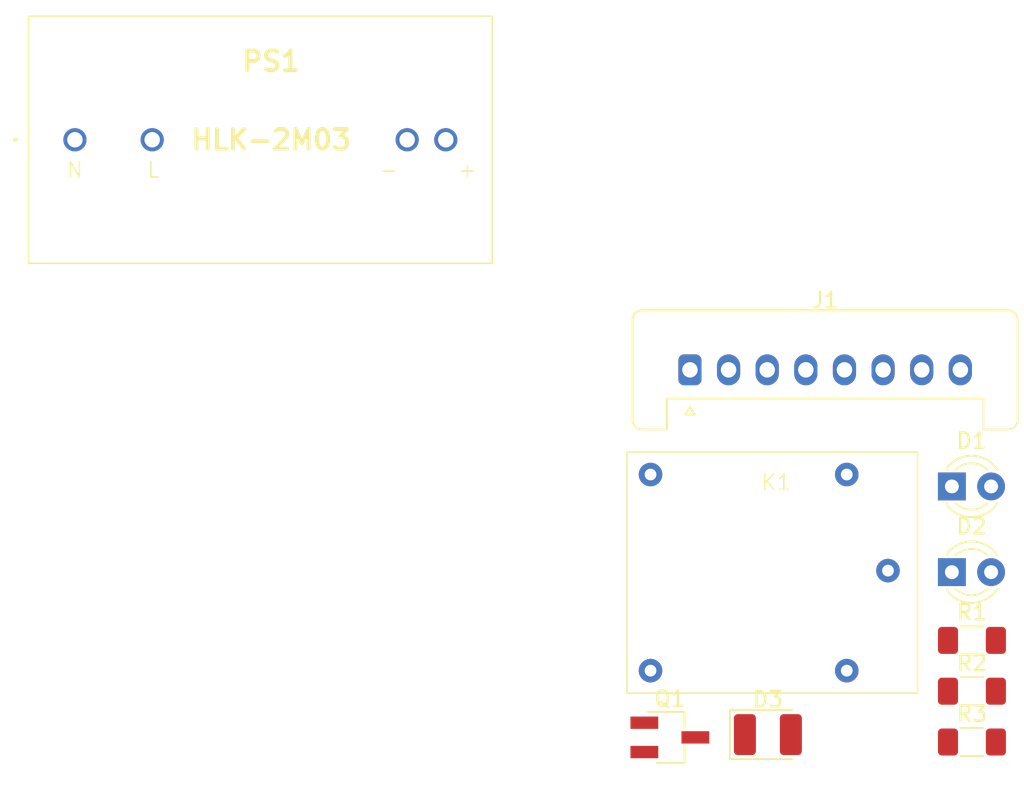
<source format=kicad_pcb>
(kicad_pcb (version 20221018) (generator pcbnew)
  (layers (0 "F.Cu" signal) (31 "B.Cu" signal) (34 "B.Paste" user) (35 "F.Paste" user) (36 "B.SilkS" user "B.Silkscreen") (37 "F.SilkS" user "F.Silkscreen") (38 "B.Mask" user) (39 "F.Mask" user) (44 "Edge.Cuts" user))
  (net 0 "")
  (net 1 "Net-(J2-Pin_2)")
  (net 2 "Net-(J2-Pin_1)")
  (net 3 "GND")
  (net 4 "+3.3V")
  (net 5 "Net-(D1-A)")
  (net 6 "Net-(D2-A)")
  (net 7 "Net-(D3-K)")
  (net 8 "Net-(J1-Pin_1)")
  (net 9 "Net-(J1-Pin_2)")
  (net 10 "Net-(J1-Pin_3)")
  (net 11 "Net-(J1-Pin_4)")
  (net 12 "Net-(J1-Pin_5)")
  (net 13 "VCC")
  (net 14 "Net-(Q1-B)")
  (footprint "Resistor_SMD:R_1206_3216Metric_Pad1.30x1.75mm_HandSolder" (layer "F.Cu") (at 174.45 125.71)
    (fp_text reference "R2" (at 0 -1.82) (layer "F.SilkS"))
    (fp_text value "1K")
    (fp_line (start -0.727064 -0.91) (end 0.727064 -0.91) (stroke (width 0.12)) (layer "F.SilkS"))
    (fp_line (start -0.727064 0.91) (end 0.727064 0.91) (stroke (width 0.12)) (layer "F.SilkS"))
    (pad "1" smd roundrect (at -1.55 0) (size 1.3 1.75) (layers "F.Cu" "F.Paste" "F.Mask") (roundrect_rratio 0.192308) (net 13 "VCC"))
    (pad "2" smd roundrect (at 1.55 0) (size 1.3 1.75) (layers "F.Cu" "F.Paste" "F.Mask") (roundrect_rratio 0.192308) (net 6 "Net-(D2-A)"))
  )
  (footprint "LED_THT:LED_D3.0mm" (layer "F.Cu") (at 173.15 112.45)
    (fp_text reference "D1" (at 1.27 -2.96) (layer "F.SilkS"))
    (fp_text value "LED")
    (fp_line (start -0.29 -1.236) (end -0.29 -1.08) (stroke (width 0.12)) (layer "F.SilkS"))
    (fp_line (start -0.29 1.08) (end -0.29 1.236) (stroke (width 0.12)) (layer "F.SilkS"))
    (fp_arc (start -0.29 -1.235516) (mid 1.366487 -1.987659) (end 2.942335 -1.078608) (stroke (width 0.12)) (layer "F.SilkS"))
    (fp_arc (start 0.229039 -1.08) (mid 1.270117 -1.5) (end 2.31113 -1.079837) (stroke (width 0.12)) (layer "F.SilkS"))
    (fp_arc (start 2.31113 1.079837) (mid 1.270117 1.5) (end 0.229039 1.08) (stroke (width 0.12)) (layer "F.SilkS"))
    (fp_arc (start 2.942335 1.078608) (mid 1.366487 1.987659) (end -0.29 1.235516) (stroke (width 0.12)) (layer "F.SilkS"))
    (pad "1" thru_hole rect (at 0 0) (size 1.8 1.8) (drill 0.9) (layers "*.Cu" "*.Mask") (net 3 "GND"))
    (pad "2" thru_hole circle (at 2.54 0) (size 1.8 1.8) (drill 0.9) (layers "*.Cu" "*.Mask") (net 5 "Net-(D1-A)"))
  )
  (footprint "Library:HLK2M03" (layer "F.Cu") (at 116.4 90)
    (fp_text reference "PS1" (at 12.7 -5.08) (layer "F.SilkS") (effects (font (size 1.27 1.27) (thickness 0.254))))
    (fp_text value "HLK-2M03" (at 12.7 0) (layer "F.SilkS") (effects (font (size 1.27 1.27) (thickness 0.254))))
    (fp_text user "-" (at 20.32 2.54 unlocked) (layer "F.SilkS") (effects (font (thickness 0.1)) (justify bottom)))
    (fp_text user "+" (at 25.4 2.54 unlocked) (layer "F.SilkS") (effects (font (thickness 0.1)) (justify bottom)))
    (fp_text user "L" (at 5.08 2.54 unlocked) (layer "F.SilkS") (effects (font (thickness 0.1)) (justify bottom)))
    (fp_text user "N" (at 0 2.54 unlocked) (layer "F.SilkS") (effects (font (thickness 0.1)) (justify bottom)))
    (fp_line (start -3.9 0) (end -3.9 0) (stroke (width 0.2)) (layer "F.SilkS"))
    (fp_line (start -3.9 0) (end -3.9 0) (stroke (width 0.2)) (layer "F.SilkS"))
    (fp_line (start -3.8 0) (end -3.8 0) (stroke (width 0.2)) (layer "F.SilkS"))
    (fp_line (start -3 -8) (end 27 -8) (stroke (width 0.1)) (layer "F.SilkS"))
    (fp_line (start -3 8) (end -3 -8) (stroke (width 0.1)) (layer "F.SilkS"))
    (fp_line (start 27 -8) (end 27 8) (stroke (width 0.1)) (layer "F.SilkS"))
    (fp_line (start 27 8) (end -3 8) (stroke (width 0.1)) (layer "F.SilkS"))
    (fp_arc (start -3.9 0) (mid -3.85 -0.05) (end -3.8 0) (stroke (width 0.2)) (layer "F.SilkS"))
    (fp_arc (start -3.8 0) (mid -3.85 0.05) (end -3.9 0) (stroke (width 0.2)) (layer "F.SilkS"))
    (fp_arc (start -3.8 0) (mid -3.85 0.05) (end -3.9 0) (stroke (width 0.2)) (layer "F.SilkS"))
    (pad "1" thru_hole circle (at 0 0) (size 1.5 1.5) (drill 1) (layers "*.Cu" "*.Mask") (net 1 "Net-(J2-Pin_2)"))
    (pad "2" thru_hole circle (at 5 0) (size 1.5 1.5) (drill 1) (layers "*.Cu" "*.Mask") (net 2 "Net-(J2-Pin_1)"))
    (pad "3" thru_hole circle (at 21.5 0) (size 1.5 1.5) (drill 1) (layers "*.Cu" "*.Mask") (net 3 "GND"))
    (pad "4" thru_hole circle (at 24 0) (size 1.5 1.5) (drill 1) (layers "*.Cu" "*.Mask") (net 4 "+3.3V"))
  )
  (footprint "Diode_SMD:D_1210_3225Metric_Pad1.42x2.65mm_HandSolder" (layer "F.Cu") (at 161.245 128.52)
    (fp_text reference "D3" (at 0 -2.28) (layer "F.SilkS"))
    (fp_text value "D")
    (fp_line (start -2.46 -1.585) (end -2.46 1.585) (stroke (width 0.12)) (layer "F.SilkS"))
    (fp_line (start -2.46 1.585) (end 1.6 1.585) (stroke (width 0.12)) (layer "F.SilkS"))
    (fp_line (start 1.6 -1.585) (end -2.46 -1.585) (stroke (width 0.12)) (layer "F.SilkS"))
    (pad "1" smd roundrect (at -1.4875 0) (size 1.425 2.65) (layers "F.Cu" "F.Paste" "F.Mask") (roundrect_rratio 0.175439) (net 7 "Net-(D3-K)"))
    (pad "2" smd roundrect (at 1.4875 0) (size 1.425 2.65) (layers "F.Cu" "F.Paste" "F.Mask") (roundrect_rratio 0.175439) (net 3 "GND"))
  )
  (footprint "LED_THT:LED_D3.0mm" (layer "F.Cu") (at 173.15 118)
    (fp_text reference "D2" (at 1.27 -2.96) (layer "F.SilkS"))
    (fp_text value "LED")
    (fp_line (start -0.29 -1.236) (end -0.29 -1.08) (stroke (width 0.12)) (layer "F.SilkS"))
    (fp_line (start -0.29 1.08) (end -0.29 1.236) (stroke (width 0.12)) (layer "F.SilkS"))
    (fp_arc (start -0.29 -1.235516) (mid 1.366487 -1.987659) (end 2.942335 -1.078608) (stroke (width 0.12)) (layer "F.SilkS"))
    (fp_arc (start 0.229039 -1.08) (mid 1.270117 -1.5) (end 2.31113 -1.079837) (stroke (width 0.12)) (layer "F.SilkS"))
    (fp_arc (start 2.31113 1.079837) (mid 1.270117 1.5) (end 0.229039 1.08) (stroke (width 0.12)) (layer "F.SilkS"))
    (fp_arc (start 2.942335 1.078608) (mid 1.366487 1.987659) (end -0.29 1.235516) (stroke (width 0.12)) (layer "F.SilkS"))
    (pad "1" thru_hole rect (at 0 0) (size 1.8 1.8) (drill 0.9) (layers "*.Cu" "*.Mask") (net 3 "GND"))
    (pad "2" thru_hole circle (at 2.54 0) (size 1.8 1.8) (drill 0.9) (layers "*.Cu" "*.Mask") (net 6 "Net-(D2-A)"))
  )
  (footprint "Package_TO_SOT_SMD:SC-59_Handsoldering" (layer "F.Cu") (at 154.9 128.7)
    (fp_text reference "Q1" (at 0 -2.5) (layer "F.SilkS"))
    (fp_text value "PNP")
    (fp_line (start -1.45 -1.65) (end 0.95 -1.65) (stroke (width 0.12)) (layer "F.SilkS"))
    (fp_line (start -0.85 1.65) (end 0.95 1.65) (stroke (width 0.12)) (layer "F.SilkS"))
    (fp_line (start 0.95 -1.65) (end 0.95 -0.6) (stroke (width 0.12)) (layer "F.SilkS"))
    (fp_line (start 0.95 1.65) (end 0.95 0.6) (stroke (width 0.12)) (layer "F.SilkS"))
    (pad "1" smd rect (at -1.65 -0.95) (size 1.8 0.8) (layers "F.Cu" "F.Paste" "F.Mask") (net 7 "Net-(D3-K)"))
    (pad "2" smd rect (at -1.65 0.95) (size 1.8 0.8) (layers "F.Cu" "F.Paste" "F.Mask") (net 14 "Net-(Q1-B)"))
    (pad "3" smd rect (at 1.65 0) (size 1.8 0.8) (layers "F.Cu" "F.Paste" "F.Mask") (net 13 "VCC"))
  )
  (footprint "Resistor_SMD:R_1206_3216Metric_Pad1.30x1.75mm_HandSolder" (layer "F.Cu") (at 174.45 129)
    (fp_text reference "R3" (at 0 -1.82) (layer "F.SilkS"))
    (fp_text value "1K")
    (fp_line (start -0.727064 -0.91) (end 0.727064 -0.91) (stroke (width 0.12)) (layer "F.SilkS"))
    (fp_line (start -0.727064 0.91) (end 0.727064 0.91) (stroke (width 0.12)) (layer "F.SilkS"))
    (pad "1" smd roundrect (at -1.55 0) (size 1.3 1.75) (layers "F.Cu" "F.Paste" "F.Mask") (roundrect_rratio 0.192308) (net 7 "Net-(D3-K)"))
    (pad "2" smd roundrect (at 1.55 0) (size 1.3 1.75) (layers "F.Cu" "F.Paste" "F.Mask") (roundrect_rratio 0.192308) (net 5 "Net-(D1-A)"))
  )
  (footprint "Connector_Stocko:Stocko_MKS_1658-6-0-808_1x8_P2.50mm_Vertical" (layer "F.Cu") (at 156.2 104.9)
    (fp_text reference "J1" (at 8.75 -4.5) (layer "F.SilkS"))
    (fp_text value "Conn_01x08_Pin, ESP32")
    (fp_line (start -3.71 -3.25) (end -3.71 3.25) (stroke (width 0.12)) (layer "F.SilkS"))
    (fp_line (start -3.1 -3.86) (end 20.6 -3.86) (stroke (width 0.12)) (layer "F.SilkS"))
    (fp_line (start -3.1 3.86) (end -1.49 3.86) (stroke (width 0.12)) (layer "F.SilkS"))
    (fp_line (start -1.49 1.86) (end 18.99 1.86) (stroke (width 0.12)) (layer "F.SilkS"))
    (fp_line (start -1.49 3.86) (end -1.49 1.86) (stroke (width 0.12)) (layer "F.SilkS"))
    (fp_line (start -0.3 2.9) (end 0.3 2.9) (stroke (width 0.12)) (layer "F.SilkS"))
    (fp_line (start 0 2.4) (end -0.3 2.9) (stroke (width 0.12)) (layer "F.SilkS"))
    (fp_line (start 0.3 2.9) (end 0 2.4) (stroke (width 0.12)) (layer "F.SilkS"))
    (fp_line (start 18.99 3.86) (end 18.99 1.86) (stroke (width 0.12)) (layer "F.SilkS"))
    (fp_line (start 20.6 3.86) (end 18.99 3.86) (stroke (width 0.12)) (layer "F.SilkS"))
    (fp_line (start 21.21 -3.25) (end 21.21 3.25) (stroke (width 0.12)) (layer "F.SilkS"))
    (fp_arc (start -3.71 -3.25) (mid -3.531335 -3.681335) (end -3.1 -3.86) (stroke (width 0.12)) (layer "F.SilkS"))
    (fp_arc (start -3.1 3.86) (mid -3.531335 3.681335) (end -3.71 3.25) (stroke (width 0.12)) (layer "F.SilkS"))
    (fp_arc (start 20.6 -3.86) (mid 21.031335 -3.681335) (end 21.21 -3.25) (stroke (width 0.12)) (layer "F.SilkS"))
    (fp_arc (start 21.21 3.25) (mid 21.031335 3.681335) (end 20.6 3.86) (stroke (width 0.12)) (layer "F.SilkS"))
    (pad "1" thru_hole roundrect (at 0 0) (size 1.5 2) (drill 1) (layers "*.Cu" "*.Mask") (net 8 "Net-(J1-Pin_1)"))
    (pad "2" thru_hole oval (at 2.5 0) (size 1.5 2) (drill 1) (layers "*.Cu" "*.Mask") (net 9 "Net-(J1-Pin_2)"))
    (pad "3" thru_hole oval (at 5 0) (size 1.5 2) (drill 1) (layers "*.Cu" "*.Mask") (net 10 "Net-(J1-Pin_3)"))
    (pad "4" thru_hole oval (at 7.5 0) (size 1.5 2) (drill 1) (layers "*.Cu" "*.Mask") (net 11 "Net-(J1-Pin_4)"))
    (pad "5" thru_hole oval (at 10 0) (size 1.5 2) (drill 1) (layers "*.Cu" "*.Mask") (net 12 "Net-(J1-Pin_5)"))
    (pad "6" thru_hole oval (at 12.5 0) (size 1.5 2) (drill 1) (layers "*.Cu" "*.Mask") (net 13 "VCC"))
    (pad "7" thru_hole oval (at 15 0) (size 1.5 2) (drill 1) (layers "*.Cu" "*.Mask") (net 3 "GND"))
    (pad "8" thru_hole oval (at 17.5 0) (size 1.5 2) (drill 1) (layers "*.Cu" "*.Mask") (net 4 "+3.3V"))
  )
  (footprint "Resistor_SMD:R_1206_3216Metric_Pad1.30x1.75mm_HandSolder" (layer "F.Cu") (at 174.45 122.42)
    (fp_text reference "R1" (at 0 -1.82) (layer "F.SilkS"))
    (fp_text value "1K")
    (fp_line (start -0.727064 -0.91) (end 0.727064 -0.91) (stroke (width 0.12)) (layer "F.SilkS"))
    (fp_line (start -0.727064 0.91) (end 0.727064 0.91) (stroke (width 0.12)) (layer "F.SilkS"))
    (pad "1" smd roundrect (at -1.55 0) (size 1.3 1.75) (layers "F.Cu" "F.Paste" "F.Mask") (roundrect_rratio 0.192308) (net 4 "+3.3V"))
    (pad "2" smd roundrect (at 1.55 0) (size 1.3 1.75) (layers "F.Cu" "F.Paste" "F.Mask") (roundrect_rratio 0.192308) (net 14 "Net-(Q1-B)"))
  )
  (footprint "Library:FL-3FF-S-Z" (layer "F.Cu") (at 161.777 118.537)
    (fp_text reference "K1" (at 0 -6.35 unlocked) (layer "F.SilkS") (effects (font (thickness 0.1))))
    (fp_text value "~")
    (fp_rect (start -9.652 -8.312) (end 9.148 7.296) (stroke (width 0.1)) (fill none) (layer "F.SilkS"))
    (pad "1" thru_hole circle (at 4.572 -6.858) (size 1.524 1.524) (drill 0.762) (layers "*.Cu" "*.Mask"))
    (pad "2" thru_hole circle (at 7.239 -0.635) (size 1.524 1.524) (drill 0.762) (layers "*.Cu" "*.Mask"))
    (pad "3" thru_hole circle (at 4.572 5.842) (size 1.524 1.524) (drill 0.762) (layers "*.Cu" "*.Mask"))
    (pad "4" thru_hole circle (at -8.128 5.842) (size 1.524 1.524) (drill 0.762) (layers "*.Cu" "*.Mask"))
    (pad "5" thru_hole circle (at -8.128 -6.858) (size 1.524 1.524) (drill 0.762) (layers "*.Cu" "*.Mask"))
  )
)
</source>
